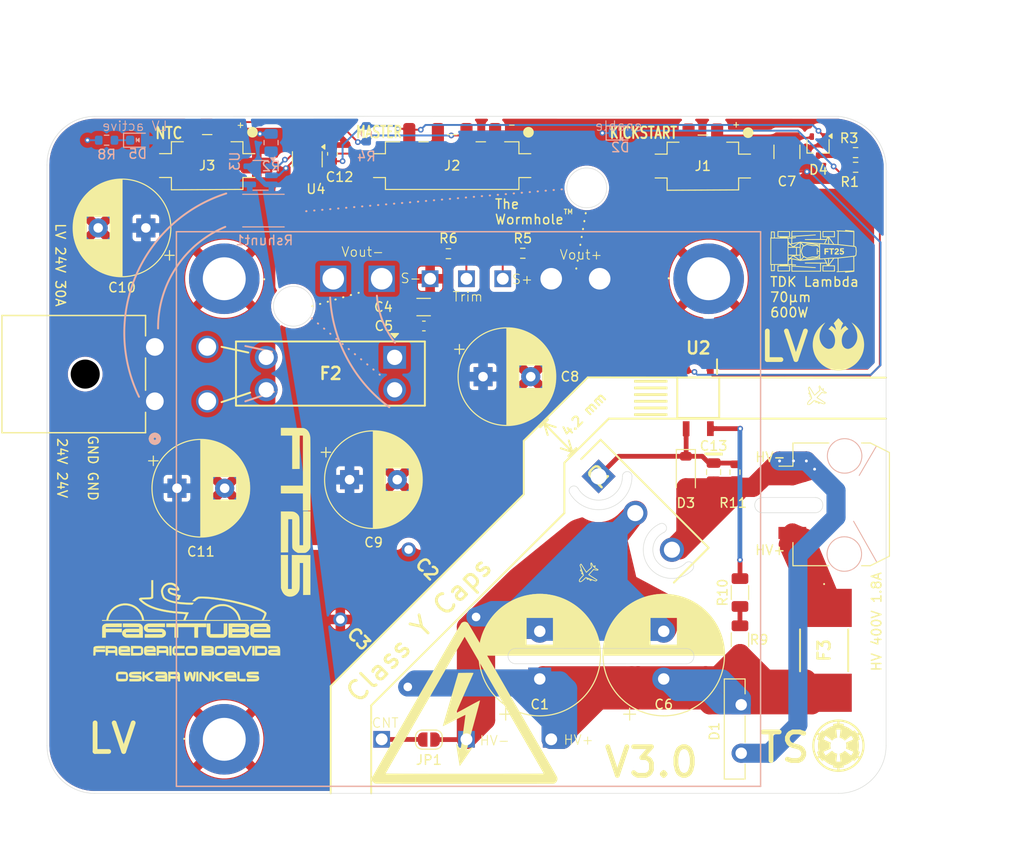
<source format=kicad_pcb>
(kicad_pcb
	(version 20241229)
	(generator "pcbnew")
	(generator_version "9.0")
	(general
		(thickness 1.67)
		(legacy_teardrops no)
	)
	(paper "A4")
	(layers
		(0 "F.Cu" mixed)
		(2 "B.Cu" mixed)
		(9 "F.Adhes" user "F.Adhesive")
		(11 "B.Adhes" user "B.Adhesive")
		(13 "F.Paste" user)
		(15 "B.Paste" user)
		(5 "F.SilkS" user "F.Silkscreen")
		(7 "B.SilkS" user "B.Silkscreen")
		(1 "F.Mask" user)
		(3 "B.Mask" user)
		(17 "Dwgs.User" user "User.Drawings")
		(19 "Cmts.User" user "User.Comments")
		(21 "Eco1.User" user "User.Eco1")
		(23 "Eco2.User" user "User.Eco2")
		(25 "Edge.Cuts" user)
		(27 "Margin" user)
		(31 "F.CrtYd" user "F.Courtyard")
		(29 "B.CrtYd" user "B.Courtyard")
		(35 "F.Fab" user)
		(33 "B.Fab" user)
		(39 "User.1" user)
		(41 "User.2" user)
		(43 "User.3" user)
		(45 "User.4" user)
		(47 "User.5" user)
		(49 "User.6" user)
		(51 "User.7" user)
		(53 "User.8" user)
		(55 "User.9" user)
	)
	(setup
		(stackup
			(layer "F.SilkS"
				(type "Top Silk Screen")
			)
			(layer "F.Paste"
				(type "Top Solder Paste")
			)
			(layer "F.Mask"
				(type "Top Solder Mask")
				(thickness 0.01)
			)
			(layer "F.Cu"
				(type "copper")
				(thickness 0.07)
			)
			(layer "dielectric 1"
				(type "core")
				(thickness 1.51)
				(material "FR4")
				(epsilon_r 4.5)
				(loss_tangent 0.02)
			)
			(layer "B.Cu"
				(type "copper")
				(thickness 0.07)
			)
			(layer "B.Mask"
				(type "Bottom Solder Mask")
				(thickness 0.01)
			)
			(layer "B.Paste"
				(type "Bottom Solder Paste")
			)
			(layer "B.SilkS"
				(type "Bottom Silk Screen")
			)
			(copper_finish "None")
			(dielectric_constraints no)
		)
		(pad_to_mask_clearance 0)
		(allow_soldermask_bridges_in_footprints no)
		(tenting front back)
		(pcbplotparams
			(layerselection 0x00000000_00000000_55555555_5755f5ff)
			(plot_on_all_layers_selection 0x00000000_00000000_00000000_00000000)
			(disableapertmacros no)
			(usegerberextensions no)
			(usegerberattributes yes)
			(usegerberadvancedattributes yes)
			(creategerberjobfile no)
			(dashed_line_dash_ratio 12.000000)
			(dashed_line_gap_ratio 3.000000)
			(svgprecision 4)
			(plotframeref no)
			(mode 1)
			(useauxorigin yes)
			(hpglpennumber 1)
			(hpglpenspeed 20)
			(hpglpendiameter 15.000000)
			(pdf_front_fp_property_popups yes)
			(pdf_back_fp_property_popups yes)
			(pdf_metadata yes)
			(pdf_single_document no)
			(dxfpolygonmode yes)
			(dxfimperialunits yes)
			(dxfusepcbnewfont yes)
			(psnegative no)
			(psa4output no)
			(plot_black_and_white yes)
			(plotinvisibletext no)
			(sketchpadsonfab no)
			(plotpadnumbers no)
			(hidednponfab no)
			(sketchdnponfab yes)
			(crossoutdnponfab yes)
			(subtractmaskfromsilk yes)
			(outputformat 1)
			(mirror no)
			(drillshape 0)
			(scaleselection 1)
			(outputdirectory "gerber/")
		)
	)
	(net 0 "")
	(net 1 "/-VIN")
	(net 2 "GND")
	(net 3 "Net-(D4-Pad3)")
	(net 4 "/+VIN")
	(net 5 "+3V3")
	(net 6 "/LV+")
	(net 7 "/3V_buttoncell")
	(net 8 "/TEMP_TSDCDC")
	(net 9 "/HV-in")
	(net 10 "/LV_I_measure")
	(net 11 "/I_meas_weak")
	(net 12 "Net-(U1-+S)")
	(net 13 "Net-(D2-A)")
	(net 14 "Net-(D5-K)")
	(net 15 "/Vout+")
	(net 16 "Net-(R3-Pad2)")
	(net 17 "Net-(U1-TRM)")
	(net 18 "/HV+in")
	(net 19 "/Enable_G")
	(net 20 "/Enable_Opto")
	(net 21 "Net-(JP1-A)")
	(net 22 "Net-(R10-Pad1)")
	(net 23 "/Vout-")
	(footprint "Capacitor_SMD:C_1210_3225Metric" (layer "F.Cu") (at 177.6 64.721001 -90))
	(footprint "Resistor_SMD:R_0603_1608Metric" (layer "F.Cu") (at 184.8 64.8))
	(footprint "footprints:airplane" (layer "F.Cu") (at 156.66 108.97 135))
	(footprint "Capacitor_SMD:C_0805_2012Metric" (layer "F.Cu") (at 169.91 98.309999 -90))
	(footprint "footprints:VY1471M29Y5UC63V0" (layer "F.Cu") (at 130.766058 113.762876 -45))
	(footprint "footprints:rebellion" (layer "F.Cu") (at 183 84.9))
	(footprint "FaSTTUBe_connectors:Micro_Mate-N-Lok_2p_vertical" (layer "F.Cu") (at 168.783 66.21))
	(footprint "Capacitor_THT:CP_Radial_D12.5mm_P5.00mm" (layer "F.Cu") (at 151.679369 120.000968 90))
	(footprint "Capacitor_THT:CP_Radial_D10.0mm_P5.00mm" (layer "F.Cu") (at 110.367678 72.7 180))
	(footprint "footprints:9775031360R" (layer "F.Cu") (at 118.59 78.03 180))
	(footprint "LOGO"
		(layer "F.Cu")
		(uuid "36ea3436-548e-4414-bac1-a7348850c228")
		(at 180.33 75.14)
		(property "Reference" "G***"
			(at 0 0 0)
			(layer "F.SilkS")
			(hide yes)
			(uuid "f973503b-fa37-47d9-b20f-d30676bb0e6c")
			(effects
				(font
					(size 1.5 1.5)
					(thickness 0.3)
				)
			)
		)
		(property "Value" "LOGO"
			(at 0.75 0 0)
			(layer "F.SilkS")
			(hide yes)
			(uuid "6387be7f-2b16-465c-8f89-140f5aa812b4")
			(effects
				(font
					(size 1.5 1.5)
					(thickness 0.3)
				)
			)
		)
		(property "Datasheet" ""
			(at 0 0 0)
			(layer "F.Fab")
			(hide yes)
			(uuid "41393a24-4ba8-4af2-84c5-5556a5cd9241")
			(effects
				(font
					(size 1.27 1.27)
					(thickness 0.15)
				)
			)
		)
		(property "Description" ""
			(at 0 0 0)
			(layer "F.Fab")
			(hide yes)
			(uuid "47d9374d-4d87-4be0-875b-3451ee135b5f")
			(effects
				(font
					(size 1.27 1.27)
					(thickness 0.15)
				)
			)
		)
		(attr board_only exclude_from_pos_files exclude_from_bom)
		(fp_poly
			(pts
				(xy 2.210106 -0.240934) (xy 2.210106 -0.176067) (xy 2.115122 -0.176067) (xy 2.020138 -0.176067)
				(xy 2.020138 0.088034) (xy 2.020138 0.352134) (xy 1.948322 0.352134) (xy 1.876505 0.352134) (xy 1.876505 0.088034)
				(xy 1.876505 -0.176067) (xy 1.781521 -0.176067) (xy 1.686538 -0.176067) (xy 1.686538 -0.240935)
				(xy 1.686537 -0.305801) (xy 1.948322 -0.305801) (xy 2.210106 -0.305801)
			)
			(stroke
				(width 0)
				(type solid)
			)
			(fill yes)
			(layer "F.SilkS")
			(uuid "7df8e5e8-4ee8-444f-be4a-2fc6df64b466")
		)
		(fp_poly
			(pts
				(xy 1.644837 -0.238617) (xy 1.644837 -0.171435) (xy 1.49657 -0.171434) (xy 1.348303 -0.171434) (xy 1.348303 -0.10425)
				(xy 1.348303 -0.037067) (xy 1.484987 -0.037067) (xy 1.621671 -0.037067) (xy 1.621671 0.030116) (xy 1.621671 0.0973)
				(xy 1.484987 0.0973) (xy 1.348303 0.0973) (xy 1.348303 0.224717) (xy 1.348303 0.352134) (xy 1.27417 0.352134)
				(xy 1.200036 0.352134) (xy 1.200036 0.023167) (xy 1.200037 -0.305801) (xy 1.422437 -0.305801) (xy 1.644836 -0.305801)
			)
			(stroke
				(width 0)
				(type solid)
			)
			(fill yes)
			(layer "F.SilkS")
			(uuid "79488fa3-17fb-4e16-b5f3-2b64540a352f")
		)
		(fp_poly
			(pts
				(xy 2.532179 -0.312678) (xy 2.576155 -0.304473) (xy 2.614922 -0.2894) (xy 2.648 -0.267744) (xy 2.67491 -0.239793)
				(xy 2.695172 -0.205832) (xy 2.704208 -0.181813) (xy 2.708716 -0.159076) (xy 2.7108 -0.130942) (xy 2.71048 -0.100955)
				(xy 2.707773 -0.072656) (xy 2.703574 -0.052464) (xy 2.698715 -0.037255) (xy 2.692926 -0.02316) (xy 2.685517 -0.009402)
				(xy 2.675798 0.004797) (xy 2.663078 0.020215) (xy 2.646666 0.037632) (xy 2.625872 0.057823) (xy 2.600005 0.081568)
				(xy 2.568374 0.109644) (xy 2.53029 0.142829) (xy 2.529931 0.14314) (xy 2.430439 0.229351) (xy 2.575106 0.230575)
				(xy 2.719774 0.231799) (xy 2.719774 0.291967) (xy 2.719774 0.352134) (xy 2.490308 0.352134) (xy 2.260843 0.352134)
				(xy 2.262116 0.277056) (xy 2.263389 0.201979) (xy 2.356056 0.119177) (xy 2.402943 0.077122) (xy 2.443117 0.04073)
				(xy 2.476929 0.009665) (xy 2.504727 -0.016408) (xy 2.526863 -0.037827) (xy 2.543685 -0.054929) (xy 2.555544 -0.06805)
				(xy 2.562789 -0.077524) (xy 2.565176 -0.081851) (xy 2.5716 -0.10729) (xy 2.569746 -0.130812) (xy 2.56056 -0.15134)
				(xy 2.544994 -0.167801) (xy 2.523994 -0.179121) (xy 2.49851 -0.184225) (xy 2.475724 -0.18314) (xy 2.452963 -0.175273)
				(xy 2.433454 -0.159912) (xy 2.418912 -0.1387) (xy 2.413064 -0.123046) (xy 2.407173 -0.101018) (xy 2.367714 -0.103927)
				(xy 2.344598 -0.10571) (xy 2.320508 -0.107692) (xy 2.30031 -0.109471) (xy 2.298702 -0.109622) (xy 2.269145 -0.112408)
				(xy 2.272093 -0.14061) (xy 2.280459 -0.177948) (xy 2.296913 -0.213524) (xy 2.320278 -0.245457) (xy 2.349375 -0.271863)
				(xy 2.357833 -0.277654) (xy 2.388158 -0.29404) (xy 2.420755 -0.305158) (xy 2.458064 -0.31171) (xy 2.483473 -0.313727)
			)
			(stroke
				(width 0)
				(type solid)
			)
			(fill yes)
			(layer "F.SilkS")
			(uuid "c06ae400-d6b0-4739-b2a0-6d35249e5efc")
		)
		(fp_poly
			(pts
				(xy 3.243342 -0.245567) (xy 3.243342 -0.185334) (xy 3.111291 -0.185334) (xy 2.979241 -0.185333)
				(xy 2.979241 -0.135525) (xy 2.979241 -0.085718) (xy 3.035999 -0.085703) (xy 3.075658 -0.084189)
				(xy 3.108746 -0.079239) (xy 3.137528 -0.070212) (xy 3.16427 -0.05647) (xy 3.181956 -0.044466) (xy 3.203555 -0.026318)
				(xy 3.221029 -0.006004) (xy 3.236416 0.019128) (xy 3.246178 0.039116) (xy 3.254238 0.063529) (xy 3.259574 0.09369)
				(xy 3.261941 0.126422) (xy 3.261098 0.158544) (xy 3.257324 0.184609) (xy 3.244399 0.223685) (xy 3.224208 0.260227)
				(xy 3.198098 0.292412) (xy 3.167418 0.318418) (xy 3.150847 0.328502) (xy 3.111135 0.345164) (xy 3.066727 0.356095)
				(xy 3.020478 0.360938) (xy 2.975243 0.359334) (xy 2.945754 0.354196) (xy 2.903627 0.339619) (xy 2.867264 0.317857)
				(xy 2.836999 0.289211) (xy 2.813163 0.253981) (xy 2.79881 0.220868) (xy 2.79432 0.207035) (xy 2.791744 0.197519)
				(xy 2.791552 0.194601) (xy 2.796444 0.193609) (xy 2.808775 0.190877) (xy 2.826961 0.186759) (xy 2.849416 0.181613)
				(xy 2.863407 0.178384) (xy 2.887539 0.172819) (xy 2.908262 0.168078) (xy 2.924002 0.164518) (xy 2.933186 0.162495)
				(xy 2.934883 0.162167) (xy 2.937199 0.166065) (xy 2.941475 0.175947) (xy 2.943919 0.182163) (xy 2.957618 0.206359)
				(xy 2.976856 0.224378) (xy 2.999977 0.235881) (xy 3.025322 0.240528) (xy 3.051235 0.23798) (xy 3.076057 0.227898)
				(xy 3.095075 0.213134) (xy 3.111612 0.190456) (xy 3.120769 0.164235) (xy 3.12262 0.136431) (xy 3.117245 0.108995)
				(xy 3.10472 0.083886) (xy 3.089275 0.066498) (xy 3.070671 0.05315) (xy 3.049056 0.043822) (xy 3.022749 0.038071)
				(xy 2.990066 0.035457) (xy 2.969974 0.03519) (xy 2.940708 0.035905) (xy 2.915232 0.038169) (xy 2.889963 0.042519)
				(xy 2.861313 0.04949) (xy 2.845988 0.053732) (xy 2.835519 0.056704) (xy 2.838042 -0.086323) (xy 2.838768 -0.123978)
				(xy 2.83959 -0.160526) (xy 2.840463 -0.194417) (xy 2.841344 -0.224098) (xy 2.842188 -0.248021) (xy 2.842954 -0.264633)
				(xy 2.843135 -0.267576) (xy 2.845706 -0.305801) (xy 3.044525 -0.305801) (xy 3.243342 -0.305801)
			)
			(stroke
				(width 0)
				(type solid)
			)
			(fill yes)
			(layer "F.SilkS")
			(uuid "5a963cb9-9510-4127-9f96-127e7c222fca")
		)
		(fp_poly
			(pts
				(xy 3.38727 -2.232811) (xy 3.40086 -2.231479) (xy 3.422092 -2.229358) (xy 3.450178 -2.22653) (xy 3.484329 -2.223073)
				(xy 3.523759 -2.219069) (xy 3.567678 -2.214599) (xy 3.615297 -2.209743) (xy 3.66583 -2.204582) (xy 3.718489 -2.199197)
				(xy 3.772484 -2.193667) (xy 3.827029 -2.188075) (xy 3.881335 -2.182501) (xy 3.934614 -2.177024)
				(xy 3.986077 -2.171727) (xy 4.034939 -2.166689) (xy 4.080407 -2.161992) (xy 4.121698 -2.157716)
				(xy 4.158021 -2.153941) (xy 4.188587 -2.150748) (xy 4.200017 -2.149547) (xy 4.234253 -2.145885)
				(xy 4.265408 -2.142435) (xy 4.292316 -2.139335) (xy 4.31381 -2.136726) (xy 4.328722 -2.134745) (xy 4.335885 -2.133532)
				(xy 4.336334 -2.133359) (xy 4.336533 -2.128574) (xy 4.336655 -2.115023) (xy 4.336705 -2.093209)
				(xy 4.336684 -2.063633) (xy 4.336595 -2.026795) (xy 4.33644 -1.983198) (xy 4.336223 -1.933343) (xy 4.335944 -1.877731)
				(xy 4.335608 -1.816864) (xy 4.335216 -1.751243) (xy 4.33477 -1.681369) (xy 4.334273 -1.607743) (xy 4.333728 -1.530869)
				(xy 4.333136 -1.451244) (xy 4.332871 -1.416624) (xy 4.332241 -1.334602) (xy 4.331634 -1.254271)
				(xy 4.33105 -1.176204) (xy 4.330496 -1.10097) (xy 4.329976 -1.029142) (xy 4.329492 -0.961291) (xy 4.329052 -0.897987)
				(xy 4.328655 -0.839801) (xy 4.328308 -0.787305) (xy 4.328013 -0.741071) (xy 4.327776 -0.701668)
				(xy 4.327599 -0.669669) (xy 4.327487 -0.645643) (xy 4.327444 -0.630164) (xy 4.327444 -0.627586)
				(xy 4.327545 -0.55322) (xy 4.37377 -0.54809) (xy 4.419996 -0.542959) (xy 4.484971 -0.483626) (xy 4.505281 -0.464833)
				(xy 4.522986 -0.44798) (xy 4.537024 -0.434118) (xy 4.546333 -0.424295) (xy 4.54985 -0.419562) (xy 4.549855 -0.419489)
				(xy 4.550293 -0.414027) (xy 4.551582 -0.400285) (xy 4.55363 -0.379199) (xy 4.556344 -0.351708) (xy 4.55963 -0.31875)
				(xy 4.563396 -0.281261) (xy 4.567548 -0.240179) (xy 4.571355 -0.202709) (xy 4.592945 0.009267) (xy 4.571355 0.221242)
				(xy 4.566945 0.264663) (xy 4.562841 0.305296) (xy 4.559137 0.342206) (xy 4.555926 0.374453) (xy 4.553301 0.401102)
				(xy 4.551353 0.421213) (xy 4.550178 0.433849) (xy 4.549855 0.438022) (xy 4.546612 0.442512) (xy 4.537531 0.452137)
				(xy 4.523674 0.465847) (xy 4.506105 0.482593) (xy 4.485885 0.501324) (xy 4.484971 0.50216) (xy 4.419997 0.561493)
				(xy 4.373769 0.566623) (xy 4.327545 0.571753) (xy 4.327444 0.646119) (xy 4.327469 0.65926) (xy 4.327563 0.681097)
				(xy 4.327723 0.711058) (xy 4.327945 0.748571) (xy 4.328225 0.793067) (xy 4.328559 0.843974) (xy 4.328943 0.90072)
				(xy 4.329373 0.962734) (xy 4.329846 1.029446) (xy 4.330356 1.100286) (xy 4.330901 1.17468) (xy 4.331477 1.252059)
				(xy 4.332079 1.33185) (xy 4.332704 1.413485) (xy 4.332871 1.435157) (xy 4.333481 1.5158) (xy 4.334047 1.593906)
				(xy 4.334564 1.668978) (xy 4.335032 1.740512) (xy 4.335447 1.808006) (xy 4.335808 1.870958) (xy 4.336111 1.928869)
				(xy 4.336355 1.981237) (xy 4.336537 2.02756) (xy 4.336653 2.067337) (xy 4.336704 2.100067) (xy 4.336685 2.125248)
				(xy 4.336594 2.142379) (xy 4.336429 2.150958) (xy 4.336335 2.151893) (xy 4.331377 2.152884) (xy 4.318367 2.15468)
				(xy 4.298472 2.157138) (xy 4.272859 2.160123) (xy 4.242694 2.163495) (xy 4.209148 2.167117) (xy 4.200017 2.168082)
				(xy 4.172233 2.170992) (xy 4.138346 2.174521) (xy 4.099146 2.178586) (xy 4.055419 2.183108) (xy 4.007954 2.188005)
				(xy 3.957539 2.193199) (xy 3.904962 2.198607) (xy 3.851011 2.204148) (xy 3.796475 2.209742) (xy 3.742141 2.215309)
				(xy 3.688796 2.220768) (xy 3.63723 2.226037) (xy 3.588231 2.231037) (xy 3.542586 2.235687) (xy 3.501083 2.239906)
				(xy 3.464512 2.243614) (xy 3.433658 2.246729) (xy 3.409312 2.249172) (xy 3.39226 2.250859) (xy 3.383291 2.251715)
				(xy 3.382109 2.251806) (xy 3.380255 2.247528) (xy 3.378178 2.23608) (xy 3.376217 2.219545) (xy 3.37545 2.210835)
				(xy 3.3736 2.191763) (xy 3.371439 2.175942) (xy 3.369333 2.165869) (xy 3.368582 2.163999) (xy 3.368194 2.163123)
				(xy 3.367841 2.162336) (xy 3.367055 2.161657) (xy 3.365358 2.161104) (xy 3.362276 2.160697) (xy 3.357337 2.160453)
				(xy 3.350069 2.160392) (xy 3.339994 2.160532) (xy 3.32664 2.16089) (xy 3.309536 2.161487) (xy 3.288204 2.162341)
				(xy 3.26217 2.16347) (xy 3.230964 2.164892) (xy 3.19411 2.166627) (xy 3.151135 2.168692) (xy 3.101565 2.171107)
				(xy 3.044926 2.17389) (xy 2.980744 2.177059) (xy 2.908545 2.180634) (xy 2.827857 2.184632) (xy 2.773776 2.187311)
				(xy 2.723126 2.189773) (xy 2.675244 2.19201) (xy 2.630927 2.19399) (xy 2.590972 2.195683) (xy 2.556177 2.197057)
				(xy 2.52734 2.198081) (xy 2.505257 2.198724) (xy 2.490727 2.198954) (xy 2.484548 2.198738) (xy 2.484397 2.198675)
				(xy 2.482972 2.193086) (xy 2.4815 2.180449) (xy 2.480208 2.162975) (xy 2.479683 2.152716) (xy 2.477796 2.109587)
				(xy 2.502643 2.106603) (xy 2.520245 2.105084) (xy 2.542271 2.103995) (xy 2.563398 2.103579) (xy 2.599307 2.103539)
				(xy 2.599205 2.03983) (xy 2.599136 2.026958) (xy 2.59896 2.005475) (xy 2.598682 1.976034) (xy 2.598313 1.939289)
				(xy 2.597857 1.895895) (xy 2.597323 1.846507) (xy 2.596718 1.791777) (xy 2.596049 1.732363) (xy 2.595323 1.668916)
				(xy 2.594547 1.602089) (xy 2.593729 1.53254) (xy 2.592876 1.460921) (xy 2.592357 1.417804) (xy 2.591488 1.345622)
				(xy 2.590651 1.275356) (xy 2.589851 1.207638) (xy 2.589097 1.143098) (xy 2.588395 1.08237) (xy 2.587752 1.026085)
				(xy 2.587175 0.974875) (xy 2.586672 0.929372) (xy 2.58625 0.890208) (xy 2.585916 0.858015) (xy 2.585677 0.833425)
				(xy 2.585539 0.817069) (xy 2.585508 0.811266) (xy 2.585407 0.763045) (xy 2.477681 0.76615) (xy 2.420738 0.767807)
				(xy 2.372367 0.769264) (xy 2.331872 0.770562) (xy 2.298559 0.771745) (xy 2.271738 0.772854) (xy 2.250712 0.773931)
				(xy 2.234789 0.775018) (xy 2.223275 0.776158) (xy 2.215478 0.777392) (xy 2.210703 0.778764) (xy 2.208257 0.780313)
				(xy 2.207447 0.782084) (xy 2.207419 0.782564) (xy 2.204733 0.787317) (xy 2.196946 0.798996) (xy 2.184444 0.817061)
				(xy 2.167617 0.84097) (xy 2.146849 0.870183) (xy 2.122527 0.90416) (xy 2.09504 0.94236) (xy 2.064773 0.984242)
				(xy 2.032115 1.029266) (xy 1.99745 1.07689) (xy 1.961168 1.126575) (xy 1.960005 1.128165) (xy 1.923623 1.177986)
				(xy 1.888809 1.225823) (xy 1.855956 1.271128) (xy 1.825453 1.313354) (xy 1.797694 1.351955) (xy 1.773068 1.386383)
				(xy 1.751966 1.416092) (xy 1.734781 1.440534) (xy 1.721903 1.459162) (xy 1.713724 1.47143) (xy 1.710635 1.47679)
				(xy 1.710627 1.476824) (xy 1.708624 1.487304) (xy 2.003382 1.487304) (xy 2.298139 1.487304) (xy 2.298144 1.583446)
				(xy 2.298213 1.608384) (xy 2.298406 1.641116) (xy 2.29871 1.680174) (xy 2.299111 1.724089) (xy 2.299595 1.771389)
				(xy 2.300147 1.820606) (xy 2.300755 1.870268) (xy 2.301218 1.905463) (xy 2.304286 2.131339) (xy 1.647305 2.131339)
				(xy 0.990323 2.131339) (xy 0.993195 2.113964) (xy 0.993689 2.106417) (xy 0.994158 2.090423) (xy 0.994594 2.066805)
				(xy 0.99496 2.038672) (xy 1.08875 2.038672) (xy 1.647111 2.038672) (xy 2.205472 2.038672) (xy 2.205472 1.809321)
				(xy 2.205472 1.579971) (xy 1.656421 1.579199) (xy 1.585739 1.579096) (xy 1.517565 1.578991) (xy 1.452484 1.578885)
				(xy 1.391074 1.578779) (xy 1.333918 1.578675) (xy 1.281595 1.578571) (xy 1.234689 1.578472) (xy 1.193778 1.578378)
				(xy 1.159447 1.57829) (xy 1.132272 1.578209) (xy 1.112838 1.578137) (xy 1.101725 1.578074) (xy 1.099261 1.57804)
				(xy 1.097423 1.578408) (xy 1.095875 1.580202) (xy 1.094589 1.584173) (xy 1.093535 1.591074) (xy 1.092682 1.601656)
				(xy 1.091999 1.61667) (xy 1.091456 1.636869) (xy 1.091023 1.663004) (xy 1.090669 1.695827) (xy 1.090364 1.736087)
				(xy 1.090077 1.784539) (xy 1.089951 1.808163) (xy 1.08875 2.038672) (xy 0.99496 2.038672) (xy 0.99499 2.036382)
				(xy 0.995338 1.999975) (xy 0.995631 1.958404) (xy 0.995862 1.912492) (xy 0.996024 1.863057) (xy 0.996108 1.810921)
				(xy 0.996118 1.78963) (xy 0.996169 1.482671) (xy 1.242123 1.482671) (xy 1.291787 1.482595) (xy 1.337431 1.482378)
				(xy 1.378334 1.48203) (xy 1.413769 1.481564) (xy 1.443013 1.480992) (xy 1.465339 1.480327) (xy 1.480024 1.47958)
				(xy 1.486341 1.478764) (xy 1.486531 1.478558) (xy 1.484152 1.47334) (xy 1.478357 1.461039) (xy 1.469747 1.442919)
				(xy 1.458926 1.420247) (xy 1.446495 1.394288) (xy 1.441011 1.382862) (xy 1.397037 1.291279) (xy 1.283478 1.294298)
				(xy 1.249685 1.295057) (xy 1.208904 1.295746) (xy 1.163413 1.296342) (xy 1.11549 1.296818) (xy 1.067413 1.297151)
				(xy 1.021462 1.297314) (xy 1.006594 1.297327) (xy 0.843269 1.297337) (xy 0.843269 1.721288) (xy 0.843269 2.145239)
				(xy -0.708148 2.145239) (xy -2.259563 2.145239) (xy -2.262634 1.935978) (xy -2.263315 1.886185)
				(xy -2.263944 1.833688) (xy -2.264503 1.780411) (xy -2.264976 1.728276) (xy -2.265345 1.679207)
				(xy -2.265592 1.635127) (xy -2.265702 1.59796) (xy -2.265706 1.590794) (xy -2.265739 1.55167) (xy -2.265876 1.520834)
				(xy -2.266173 1.497306) (xy -2.266692 1.480108) (xy -2.26749 1.46826) (xy -2.268626 1.460783) (xy -2.270157 1.456697)
				(xy -2.272141 1.455025) (xy -2.273814 1.454766) (xy -2.280294 1.454537) (xy -2.294854 1.453935)
				(xy -2.316319 1.453013) (xy -2.343512 1.451821) (xy -2.37526 1.450411) (xy -2.410382 1.448834) (xy -2.43019 1.447939)
				(xy -2.468142 1.446262) (xy -2.504686 1.44473) (xy -2.538371 1.443397) (xy -2.567745 1.442318) (xy -2.591357 1.441547)
				(xy -2.607758 1.441142) (xy -2.612049 1.441093) (xy -2.64564 1.44097) (xy -2.64564 1.468771) (xy -2.645639 1.496571)
				(xy -2.525331 1.496571) (xy -2.405021 1.496571) (xy -2.403705 1.805846) (xy -2.403515 1.858546)
				(xy -2.403401 1.908502) (xy -2.40336 1.954946) (xy -2.40339 1.997109) (xy -2.403489 2.034222) (xy -2.403653 2.065515)
				(xy -2.403881 2.090221) (xy -2.404171 2.107569) (xy -2.404518 2.116791) (xy -2.404706 2.118106)
				(xy -2.409529 2.11848) (xy -2.423095 2.118886) (xy -2.44488 2.119321) (xy -2.474362 2.119778) (xy -2.511016 2.120253)
				(xy -2.554319 2.12074) (xy -2.603749 2.121235) (xy -2.658781 2.121732) (xy -2.718891 2.122227) (xy -2.783558 2.122715)
				(xy -2.852257 2.12319) (xy -2.924462 2.123648) (xy -2.999654 2.124083) (xy -3.0638 2.124423) (xy -3.720577 2.127757)
				(xy -3.720577 1.81448) (xy -3.720577 1.593871) (xy -3.62791 1.593871) (xy -3.62791 1.814711) (xy -3.62791 2.03555)
				(xy -3.411698 2.032478) (xy -3.369215 2.031948) (xy -3.31891 2.031448) (xy -3.262228 2.030984) (xy -3.200615 2.030565)
				(xy -3.135516 2.030198) (xy -3.068375 2.029891) (xy -3.000637 2.029653) (xy -2.933749 2.02949) (xy -2.869154 2.029412)
				(xy -2.846385 2.029405) (xy -2.497283 2.029405) (xy -2.498486 1.81048) (xy -2.49969 1.591554) (xy -2.537915 1.591676)
				(xy -2.547579 1.591701) (xy -2.565869 1.591743) (xy -2.592146 1.591801) (xy -2.62577 1.591872) (xy -2.666099 1.591957)
				(xy -2.712496 1.592053) (xy -2.764319 1.592159) (xy -2.820929 1.592274) (xy -2.881685 1.592396)
				(xy -2.945948 1.592525) (xy -3.013077 1.592659) (xy -3.082432 1.592796) (xy -3.102025 1.592834)
				(xy -3.62791 1.593871) (xy -3.720577 1.593871) (xy -3.720577 1.501204) (xy -3.654551 1.501183) (xy -3.624666 1.500936)
				(xy -3.592334 1.500279) (xy -3.561481 1.499312) (xy -3.536401 1.498158) (xy -3.484276 1.495155)
				(xy -3.484276 1.468063) (xy -3.484276 1.44097) (xy -3.740716 1.44097) (xy -3.997156 1.44097) (xy -4.000524 1.764101)
				(xy -4.001097 1.817922) (xy -4.001663 1.868962) (xy -4.002214 1.916476) (xy -4.002738 1.959718)
				(xy -4.003227 1.997942) (xy -4.00367 2.030405) (xy -4.004058 2.056359) (xy -4.004382 2.07506) (xy -4.004631 2.085762)
				(xy -4.004755 2.088096) (xy -4.009616 2.088576) (xy -4.02259 2.089168) (xy -4.042528 2.089847) (xy -4.068278 2.090589)
				(xy -4.098689 2.091373) (xy -4.132609 2.092176) (xy -4.168888 2.092974) (xy -4.206373 2.093745)
				(xy -4.243913 2.094466) (xy -4.28036 2.095114) (xy -4.314559 2.095667) (xy -4.34536 2.096101) (xy -4.371612 2.096393)
				(xy -4.392163 2.096521) (xy -4.405862 2.096463) (xy -4.411559 2.096194) (xy -4.41163 2.096166) (xy -4.412287 2.091243)
				(xy -4.412909 2.077802) (xy -4.413489 2.056593) (xy -4.414016 2.028365) (xy -4.414482 1.993867)
				(xy -4.414878 1.953848) (xy -4.415193 1.909058) (xy -4.415422 1.860246) (xy -4.415551 1.808161)
				(xy -4.415578 1.769665) (xy -4.415578 1.445919) (xy -4.322912 1.44592) (xy -4.322911 1.632667) (xy -4.32283 1.677998)
				(xy -4.322597 1.724363) (xy -4.322233 1.770035) (xy -4.321755 1.813286) (xy -4.321184 1.852391)
				(xy -4.320538 1.885623) (xy -4.319861 1.910511) (xy -4.31681 2.001605) (xy -4.27237 2.001588) (xy -4.250095 2.001348)
				(xy -4.222113 2.000707) (xy -4.191967 1.999762) (xy -4.163205 1.99861) (xy -4.162654 1.998585) (xy -4.09738 1.995599)
				(xy -4.094329 1.722449) (xy -4.093807 1.672987) (xy -4.093375 1.626306) (xy -4.093037 1.583227)
				(xy -4.092796 1.544568) (xy -4.092653 1.51115) (xy -4.092615 1.483793) (xy -4.092685 1.463316) (xy -4.092866 1.450539)
				(xy -4.09313 1.446294) (xy -4.09808 1.445515) (xy -4.111021 1.444917) (xy -4.130668 1.444519) (xy -4.155749 1.444338)
				(xy -4.184984 1.444394) (xy -4.208947 1.444604) (xy -4.322912 1.44592) (xy -4.415578 1.445919) (xy -4.415578 1.445604)
				(xy -4.44609 1.445604) (xy -4.476601 1.445603) (xy -4.472918 1.340195) (xy -4.472551 1.32484) (xy -4.472203 1.300703)
				(xy -4.471875 1.268271) (xy -4.471567 1.22803) (xy -4.471279 1.180464) (xy -4.47101 1.126058) (xy -4.470761 1.065302)
				(xy -4.470532 0.998677) (xy -4.470323 0.92667) (xy -4.470132 0.849767) (xy -4.469964 0.768454) (xy -4.469814 0.683216)
				(xy -4.469683 0.594538) (xy -4.469572 0.502907) (xy -4.469482 0.408808) (xy -4.469412 0.312726)
				(xy -4.469361 0.215146) (xy -4.469329 0.116557) (xy -4.469318 0.017441) (xy -4.469319 0.009267)
				(xy -4.376195 0.009267) (xy -4.376195 1.348304) (xy -3.921735 1.348303) (xy -3.84542 1.348265) (xy -3.763054 1.348156)
				(xy -3.676284 1.347978) (xy -3.586755 1.34774) (xy -3.496112 1.347448) (xy -3.4755 1.34737) (xy -2.566874 1.347369)
				(xy -2.510115 1.350271) (xy -2.485398 1.351507) (xy -2.454562 1.353009) (xy -2.420743 1.354622)
				(xy -2.387079 1.356201) (xy -2.369956 1.35699) (xy -2.342439 1.358262) (xy -2.317591 1.359435) (xy -2.297116 1.360426)
				(xy -2.28272 1.361153) (xy -2.27648 1.361507) (xy -2.266404 1.362204) (xy -2.268995 1.099261) (xy -2.269489 1.050816)
				(xy -2.269988 1.005216) (xy -2.270479 0.963292) (xy -2.270952 0.925869) (xy -2.271395 0.893779)
				(xy -2.271407 0.893007) (xy -2.176597 0.893007) (xy -2.176496 0.920555) (xy -2.176287 0.953996)
				(xy -2.175973 0.992488) (xy -2.175561 1.035186) (xy -2.175055 1.081248) (xy -2.174701 1.110891)
				(xy -2.17154 1.365972) (xy -2.129432 1.368977) (xy -2.067771 1.373609) (xy -2.010185 1.378392) (xy -1.957281 1.383255)
				(xy -1.909674 1.388125) (xy -1.867971 1.39293) (xy -1.832783 1.397595) (xy -1.80472 1.40205) (xy -1.784393 1.406223)
				(xy -1.772412 1.410037) (xy -1.769774 1.411753) (xy -1.769529 1.417538) (xy -1.771735 1.42998) (xy -1.775956 1.446925)
				(xy -1.778921 1.457187) (xy -1.785239 1.477077) (xy -1.790133 1.489488) (xy -1.794401 1.495928)
				(xy -1.798845 1.497914) (xy -1.800426 1.497857) (xy -1.808153 1.49683) (xy -1.823059 1.494741) (xy -1.843149 1.491874)
				(xy -1.866434 1.488511) (xy -1.871871 1.48772) (xy -1.897523 1.484335) (xy -1.929466 1.480654) (xy -1.964746 1.476986)
				(xy -2.000406 1.473642) (xy -2.027089 1.471419) (xy -2.057452 1.46905) (xy -2.086497 1.466764) (xy -2.112259 1.464717)
				(xy -2.132778 1.463064) (xy -2.146087 1.461962) (xy -2.146397 1.461935) (xy -2.173039 1.459646)
				(xy -2.173039 1.489692) (xy -2.172691 1.506113) (xy -2.171285 1.515262) (xy -2.168279 1.519122)
				(xy -2.164797 1.519737) (xy -2.158723 1.520031) (xy -2.144281 1.520874) (xy -2.12235 1.522213) (xy -2.093809 1.52399)
				(xy -2.059538 1.526152) (xy -2.020415 1.528643) (xy -1.977319 1.531407) (xy -1.93113 1.534389) (xy -1.906488 1.535988)
				(xy -1.854929 1.539338) (xy -1.80268 1.542728) (xy -1.751135 1.546071) (xy -1.701688 1.549275) (xy -1.655732 1.55225)
				(xy -1.614661 1.554907) (xy -1.579869 1.557154) (xy -1.552749 1.558901) (xy -1.549854 1.559087)
				(xy -1.519396 1.561047) (xy -1.481663 1.56348) (xy -1.438624 1.566258) (xy -1.392251 1.569254) (xy -1.344516 1.57234)
				(xy -1.297389 1.575391) (xy -1.264903 1.577495) (xy -1.217015 1.580596) (xy -1.16498 1.583963) (xy -1.111213 1.587439)
				(xy -1.058137 1.590868) (xy -1.008165 1.594093) (xy -0.963719 1.596959) (xy -0.942887 1.598301)
				(xy -0.897305 1.601236) (xy -0.845716 1.60456) (xy -0.791355 1.608063) (xy -0.737462 1.611537) (xy -0.687275 1.614773)
				(xy -0.655619 1.616816) (xy -0.610848 1.619703) (xy -0.559926 1.622982) (xy -0.505948 1.626455)
				(xy -0.452011 1.629924) (xy -0.401211 1.633186) (xy -0.363718 1.635592) (xy -0.328419 1.637861)
				(xy -0.285555 1.640625) (xy -0.236806 1.643776) (xy -0.183852 1.647202) (xy -0.128376 1.650799)
				(xy -0.072057 1.654455) (xy -0.016577 1.658062) (xy 0.031407 1.661186) (xy 0.078504 1.664246) (xy 0.122931 1.667115)
				(xy 0.163807 1.669738) (xy 0.200251 1.672059) (xy 0.231381 1.674022) (xy 0.256316 1.675572) (xy 0.274174 1.676652)
				(xy 0.284073 1.677206) (xy 0.285714 1.677271) (xy 0.289145 1.678355) (xy 0.291125 1.682707) (xy 0.291847 1.691981)
				(xy 0.291504 1.70783) (xy 0.290854 1.721421) (xy 0.289553 1.740799) (xy 0.287959 1.756543) (xy 0.286321 1.766454)
				(xy 0.285478 1.768637) (xy 0.280651 1.768608) (xy 0.266958 1.768) (xy 0.24478 1.766836) (xy 0.214499 1.765141)
				(xy 0.176497 1.762937) (xy 0.131153 1.76025) (xy 0.078851 1.757101) (xy 0.019972 1.753516) (xy -0.045106 1.749517)
				(xy -0.115998 1.745128) (xy -0.192324 1.740372) (xy -0.273703 1.735274) (xy -0.359753 1.729857)
				(xy -0.450093 1.724144) (xy -0.544342 1.718159) (xy -0.642118 1.711925) (xy -0.743041 1.705468)
				(xy -0.846728 1.698808) (xy -0.944155 1.692531) (xy -1.050013 1.6857) (xy -1.153439 1.679031) (xy -1.254052 1.67255)
				(xy -1.351472 1.666279) (xy -1.445319 1.660243) (xy -1.535212 1.654466) (xy -1.620772 1.648974)
				(xy -1.701618 1.643789) (xy -1.77737 1.638936) (xy -1.847648 1.634441) (xy -1.912071 1.630326) (xy -1.97026 1.626617)
				(xy -2.021834 1.623337) (xy -2.066412 1.620512) (xy -2.103615 1.618164) (xy -2.133063 1.61632) (xy -2.154375 1.615002)
				(xy -2.167171 1.614236) (xy -2.171095 1.614039) (xy -2.171128 1.618662) (xy -2.171074 1.631645)
				(xy -2.170943 1.652082) (xy -2.170742 1.679067) (xy -2.170476 1.711694) (xy -2.170155 1.749057)
				(xy -2.169782 1.790249) (xy -2.169374 1.833647) (xy -2.167282 2.052572) (xy -0.707684 2.052572)
				(xy 0.751913 2.052572) (xy 0.748501 1.676113) (xy 0.747965 1.617934) (xy 0.747438 1.562492) (xy 0.746927 1.510476)
				(xy 0.746439 1.462575) (xy 0.745982 1.419482) (xy 0.745565 1.381879) (xy 0.745193 1.350461) (xy 0.744876 1.325917)
				(xy 0.74462 1.308934) (xy 0.744433 1.300203) (xy 0.74437 1.299146) (xy 0.739738 1.29906) (xy 0.726314 1.298912)
				(xy 0.704572 1.298707) (xy 0.674985 1.29845) (xy 0.63803 1.298141) (xy 0.594179 1.297786) (xy 0.543907 1.297389)
				(xy 0.487688 1.296953) (xy 0.425996 1.296482) (xy 0.359306 1.295979) (xy 0.288092 1.295448) (xy 0.212828 1.294894)
				(xy 0.133988 1.294318) (xy 0.052047 1.293726) (xy -0.032522 1.293121) (xy -0.050967 1.292989) (xy -0.136082 1.292366)
				(xy -0.218697 1.291727) (xy -0.298338 1.291076) (xy -0.374525 1.29042) (xy -0.446785 1.289762) (xy -0.51464 1.289109)
				(xy -0.577615 1.288467) (xy -0.635234 1.287838) (xy -0.687017 1.287229) (xy -0.732492 1.286647)
				(xy -0.771182 1.286094) (xy -0.80261 1.285578) (xy -0.8263 1.285103) (xy -0.841774 1.284674) (xy -0.848559 1.284296)
				(xy -0.848834 1.284224) (xy -0.849966 1.278521) (xy -0.850313 1.265798) (xy -0.849853 1.248265)
				(xy -0.849272 1.23771) (xy -0.84646 1.194313) (xy -0.241371 1.198332) (xy -0.165921 1.198806) (xy -0.087571 1.199245)
				(xy -0.006827 1.199647) (xy 0.075804 1.200015) (xy 0.159817 1.200345) (xy 0.244705 1.200641) (xy 0.329962 1.2009)
				(xy 0.415083 1.201123) (xy 0.49956 1.201308) (xy 0.582888 1.201456) (xy 0.664561 1.201569) (xy 0.744073 1.201645)
				(xy 0.820918 1.20168) (xy 0.894589 1.201678) (xy 0.964581 1.20164) (xy 1.030387 1.201562) (xy 1.091501 1.201446)
				(xy 1.147417 1.20129) (xy 1.19763 1.201096) (xy 1.241632 1.200862) (xy 1.278919 1.200589) (xy 1.308983 1.200276)
				(xy 1.331319 1.199923) (xy 1.34542 1.19953) (xy 1.35078 1.199096) (xy 1.350806 1.199078) (xy 1.349214 1.19475)
				(xy 1.344123 1.183101) (xy 1.336024 1.165174) (xy 1.325408 1.142014) (xy 1.312764 1.114663) (xy 1.298583 1.084164)
				(xy 1.283355 1.051563) (xy 1.26757 1.0179) (xy 1.251718 0.984222) (xy 1.23629 0.951571) (xy 1.221776 0.920988)
				(xy 1.208665 0.893521) (xy 1.197449 0.87021) (xy 1.188618 0.852101) (xy 1.18266 0.840235) (xy 1.180095 0.835685)
				(xy 1.175226 0.835695) (xy 1.161554 0.836353) (xy 1.139522 0.83763) (xy 1.10957 0.839495) (xy 1.07214 0.84192)
				(xy 1.027672 0.844876) (xy 0.976607 0.848331) (xy 0.919386 0.852257) (xy 0.85645 0.856627) (xy 0.788239 0.861409)
				(xy 0.715194 0.866573) (xy 0.685735 0.868667) (xy 0.663095 0.870269) (xy 0.632355 0.872428) (xy 0.594658 0.875065)
				(xy 0.551149 0.8781) (xy 0.502971 0.881454) (xy 0.451269 0.885047) (xy 0.397186 0.888799) (xy 0.341867 0.89263)
				(xy 0.286456 0.896461) (xy 0.284951 0.896566) (xy 0.176937 0.90403) (xy 0.077696 0.910891) (xy -0.013246 0.917182)
				(xy -0.09636 0.922935) (xy -0.172119 0.928184) (xy -0.240997 0.932962) (xy -0.303464 0.9373) (xy -0.359995 0.941234)
				(xy -0.411061 0.944794) (xy -0.457135 0.948013) (xy -0.49869 0.950924) (xy -0.536198 0.953561) (xy -0.549051 0.954467)
				(xy -0.578891 0.956562) (xy -0.616558 0.95919) (xy -0.660642 0.962254) (xy -0.709728 0.965655) (xy -0.7624 0.969296)
				(xy -0.817245 0.973079) (xy -0.872847 0.976906) (xy -0.927792 0.980679) (xy -0.949836 0.98219) (xy -1.01286 0.986511)
				(xy -1.067275 0.990257) (xy -1.113708 0.993486) (xy -1.152795 0.996259) (xy -1.185167 0.998635)
				(xy -1.211458 1.000672) (xy -1.232301 1.002429) (xy -1.248327 1.003966) (xy -1.26017 1.005342) (xy -1.268462 1.006617)
				(xy -1.273837 1.007848) (xy -1.276926 1.009095) (xy -1.278363 1.010417) (xy -1.27878 1.011874) (xy -1.278804 1.012926)
				(xy -1.282603 1.018344) (xy -1.286912 1.019325) (xy -1.292531 1.018476) (xy -1.306619 1.016012)
				(xy -1.328539 1.012051) (xy -1.357656 1.006711) (xy -1.393335 1.000111) (xy -1.434941 0.992369)
				(xy -1.481838 0.983603) (xy -1.533392 0.973932) (xy -1.588967 0.963474) (xy -1.647926 0.952347)
				(xy -1.709637 0.94067) (xy -1.734781 0.935903) (xy -1.797241 0.924076) (xy -1.857088 0.912784) (xy -1.913699 0.902139)
				(xy -1.953465 0.894691) (xy -1.182718 0.894691) (xy -1.181463 0.896526) (xy -1.178384 0.896375)
				(xy -1.172445 0.895435) (xy -1.157826 0.893191) (xy -1.135011 0.889716) (xy -1.104486 0.885085)
				(xy -1.066734 0.879368) (xy -1.022239 0.87264) (xy -0.971486 0.864975) (xy -0.914959 0.856444) (xy -0.853143 0.847121)
				(xy -0.786521 0.837079) (xy -0.736248 0.829506) (xy 1.283437 0.829506) (xy 1.285371 0.83409) (xy 1.290948 0.846313)
				(xy 1.299823 0.865444) (xy 1.311656 0.890755) (xy 1.326103 0.921518) (xy 1.342822 0.957002) (xy 1.361471 0.99648)
				(xy 1.381708 1.039222) (xy 1.403189 1.0845) (xy 1.404312 1.086863) (xy 1.426648 1.133895) (xy 1.448401 1.179705)
				(xy 1.46914 1.223387) (xy 1.488433 1.264033) (xy 1.50585 1.300734) (xy 1.52096 1.332582) (xy 1.53333 1.358667)
				(xy 1.542531 1.378082) (xy 1.547623 1.388845) (xy 1.556963 1.407744) (xy 1.565324 1.423077) (xy 1.571732 1.433155)
				(xy 1.575015 1.436337) (xy 1.580188 1.435472) (xy 1.580479 1.435179) (xy 1.580745 1.430338) (xy 1.581201 1.417174)
				(xy 1.581825 1.396605) (xy 1.582595 1.369556) (xy 1.58344 1.338627) (xy 1.677952 1.338627) (xy 1.678207 1.349718)
				(xy 1.678783 1.352937) (xy 1.681828 1.348916) (xy 1.689917 1.337994) (xy 1.702623 1.320751) (xy 1.719521 1.297767)
				(xy 1.740185 1.269622) (xy 1.764191 1.236896) (xy 1.791111 1.200169) (xy 1.820521 1.160021) (xy 1.851995 1.117032)
				(xy 1.885108 1.071782) (xy 1.889579 1.065669) (xy 1.9228 1.020219) (xy 1.954356 0.976973) (xy 1.983829 0.936509)
				(xy 2.010802 0.899402) (xy 2.034857 0.866229) (xy 2.055579 0.837567) (xy 2.072549 0.813991) (xy 2.085351 0.796077)
				(xy 2.093565 0.784403) (xy 2.096777 0.779544) (xy 2.096803 0.77944) (xy 2.092053 0.779288) (xy 2.079195 0.779455)
				(xy 2.059383 0.779902) (xy 2.033769 0.780591) (xy 2.003504 0.78148) (xy 1.969743 0.782532) (xy 1.933637 0.783705)
				(xy 1.896338 0.784961) (xy 1.859 0.786261) (xy 1.822775 0.787565) (xy 1.788815 0.788832) (xy 1.758272 0.790024)
				(xy 1.7323 0.791103) (xy 1.712051 0.792025) (xy 1.698677 0.792754) (xy 1.693331 0.79325) (xy 1.693288 0.793274)
				(xy 1.692863 0.798069) (xy 1.692256 0.811168) (xy 1.691498 0.83161) (xy 1.690619 0.858433) (xy 1.68965 0.890677)
				(xy 1.688622 0.92738) (xy 1.687565 0.967583) (xy 1.686964 0.991606) (xy 1.685818 1.037429) (xy 1.684622 1.083742)
				(xy 1.683421 1.128973) (xy 1.682258 1.171551) (xy 1.681174 1.209907) (xy 1.680215 1.242468) (xy 1.67942 1.267665)
				(xy 1.679281 1.271853) (xy 1.678498 1.298287) (xy 1.678052 1.321014) (xy 1.677952 1.338627) (xy 1.58344 1.338627)
				(xy 1.583486 1.336946) (xy 1.584477 1.299698) (xy 1.585544 1.258732) (xy 1.586665 1.214971) (xy 1.587817 1.169336)
				(xy 1.588978 1.122747) (xy 1.590124 1.076128) (xy 1.591233 1.030398) (xy 1.592282 0.98648) (xy 1.593248 0.945295)
				(xy 1.594108 0.907765) (xy 1.594839 0.874811) (xy 1.59542 0.847353) (xy 1.595825 0.826315) (xy 1.596035 0.812617)
				(xy 1.596025 0.807181) (xy 1.596013 0.807129) (xy 1.591202 0.806917) (xy 1.578503 0.807354) (xy 1.559214 0.808346)
				(xy 1.534635 0.809802) (xy 1.506062 0.811628) (xy 1.474798 0.813732) (xy 1.442139 0.816019) (xy 1.409386 0.818398)
				(xy 1.377836 0.820775) (xy 1.348789 0.823057) (xy 1.323544 0.825151) (xy 1.303399 0.826965) (xy 1.289654 0.828405)
				(xy 1.283607 0.829379) (xy 1.283437 0.829506) (xy -0.736248 0.829506) (xy -0.715578 0.826391) (xy -0.714841 0.82628)
				(xy -0.081856 0.82628) (xy -0.08122 0.829034) (xy -0.078767 0.829369) (xy -0.074953 0.827674) (xy -0.075678 0.82628)
				(xy -0.081177 0.825725) (xy -0.081856 0.82628) (xy -0.714841 0.82628) (xy -0.698092 0.823757) (xy -0.055333 0.823758)
				(xy -0.054628 0.823962) (xy -0.053461 0.824142) (xy -0.053284 0.824173) (xy -0.048025 0.823996)
				(xy -0.034245 0.823225) (xy -0.012669 0.821909) (xy 0.01598 0.820095) (xy 0.050977 0.817829) (xy 0.0916 0.81516)
				(xy 0.137123 0.812133) (xy 0.186823 0.808798) (xy 0.239976 0.8052) (xy 0.295858 0.801388) (xy 0.301167 0.801024)
				(xy 0.35717 0.797173) (xy 0.410437 0.793485) (xy 0.460255 0.790012) (xy 0.505907 0.786803) (xy 0.546678 0.783911)
				(xy 0.581854 0.781386) (xy 0.610719 0.779279) (xy 0.632557 0.777641) (xy 0.646656 0.776524) (xy 0.652295 0.775979)
				(xy 0.652368 0.775957) (xy 0.652881 0.771144) (xy 0.652861 0.75965) (xy 0.652367 0.745275) (xy 0.650985 0.715685)
				(xy 0.308117 0.767524) (xy 0.241453 0.777602) (xy 0.18337 0.786385) (xy 0.13329 0.793962) (xy 0.090632 0.800424)
				(xy 0.054816 0.805864) (xy 0.025264 0.81037) (xy 0.001391 0.814035) (xy -0.017378 0.816949) (xy -0.031626 0.819203)
				(xy -0.041931 0.820888) (xy -0.048874 0.822095) (xy -0.053036 0.822915) (xy -0.054995 0.823439)
				(xy -0.055333 0.823758) (xy -0.698092 0.823757) (xy -0.640798 0.815131) (xy -0.562666 0.803369)
				(xy -0.481666 0.791184) (xy -0.398281 0.778643) (xy -0.396152 0.778323) (xy -0.312822 0.765789)
				(xy -0.231929 0.753612) (xy -0.153952 0.741866) (xy -0.07937 0.730622) (xy -0.008663 0.719953) (xy 0.057691 0.709931)
				(xy 0.119212 0.70063) (xy 0.175421 0.692122) (xy 0.225839 0.684478) (xy 0.269988 0.677773) (xy 0.307385 0.672078)
				(xy 0.337554 0.667466) (xy 0.360016 0.664009) (xy 0.37429 0.66178) (xy 0.379898 0.660851) (xy 0.379933 0.660843)
				(xy 0.379681 0.659793) (xy 0.371923 0.658943) (xy 0.361401 0.658553) (xy 0.351224 0.658321) (xy 0.332934 0.657854)
				(xy 0.307679 0.657181) (xy 0.276607 0.656335) (xy 0.24087 0.655346) (xy 0.201615 0.654247) (xy 0.159991 0.653069)
				(xy 0.14595 0.652668) (xy -0.035966 0.647471) (xy 0.463161 0.647471) (xy 0.464457 0.648002) (xy 0.468971 0.6478)
				(xy 0.477786 0.646748) (xy 0.491989 0.644728) (xy 0.51266 0.641622) (xy 0.540888 0.637315) (xy 0.557558 0.634768)
				(xy 0.585496 0.63052) (xy 0.610203 0.626796) (xy 0.630254 0.623808) (xy 0.644228 0.621767) (xy 0.650701 0.620886)
				(xy 0.65095 0.620868) (xy 0.651895 0.616547) (xy 0.652659 0.604829) (xy 0.653155 0.587586) (xy 0.653302 0.569902)
				(xy 0.653116 0.549421) (xy 0.652612 0.532869) (xy 0.651873 0.522117) (xy 0.651112 0.518935) (xy 0.646895 0.521416)
				(xy 0.636334 0.528274) (xy 0.620721 0.538634) (xy 0.601344 0.551622) (xy 0.579495 0.566359) (xy 0.556463 0.58197)
				(xy 0.533539 0.59758) (xy 0.512012 0.612312) (xy 0.493174 0.625292) (xy 0.478313 0.635642) (xy 0.468721 0.642488)
				(xy 0.465883 0.644679) (xy 0.463998 0.646325) (xy 0.463161 0.647471) (xy -0.035966 0.647471) (xy -0.044017 0.647241)
				(xy -0.342868 0.713284) (xy -0.641718 0.779327) (xy -0.79171 0.701927) (xy -0.941701 0.624528) (xy -0.952061 0.63544)
				(xy -0.958763 0.642655) (xy -0.970295 0.655237) (xy -0.985283 0.671674) (xy -1.002345 0.690454)
				(xy -1.010663 0.699635) (xy -1.029669 0.720613) (xy -1.052872 0.746197) (xy -1.078235 0.774147)
				(xy -1.10372 0.802214) (xy -1.125194 0.825849) (xy -1.147108 0.850096) (xy -1.163247 0.868347) (xy -1.174181 0.881358)
				(xy -1.180482 0.889888) (xy -1.182718 0.894691) (xy -1.953465 0.894691) (xy -1.966451 0.892259)
				(xy -2.014719 0.883261) (xy -2.057883 0.875255) (xy -2.095319 0.868362) (xy -2.126404 0.862694)
				(xy -2.150514 0.858368) (xy -2.167027 0.855498) (xy -2.175319 0.854201) (xy -2.1762 0.854152) (xy -2.176454 0.858961)
				(xy -2.176585 0.872194) (xy -2.176597 0.893007) (xy -2.271407 0.893007) (xy -2.271795 0.867849)
				(xy -2.272146 0.848908) (xy -2.272431 0.837785) (xy -2.272596 0.835072) (xy -2.277392 0.833628)
				(xy -2.289081 0.831061) (xy -2.305417 0.827789) (xy -2.324157 0.82423) (xy -2.343055 0.820802) (xy -2.359866 0.817926)
				(xy -2.372344 0.816017) (xy -2.377783 0.815469) (xy -2.382814 0.819107) (xy -2.392881 0.829655)
				(xy -2.407524 0.846565) (xy -2.426279 0.869288) (xy -2.448687 0.897275) (xy -2.474284 0.929976)
				(xy -2.476209 0.932461) (xy -2.566789 1.049453) (xy -2.566831 1.198412) (xy -2.566874 1.347369)
				(xy -3.4755 1.34737) (xy -3.406 1.347107) (xy -3.318066 1.346724) (xy -3.233955 1.346302) (xy -3.155312 1.345851)
				(xy -3.083782 1.345375) (xy -3.063408 1.345223) (xy -2.65954 1.342143) (xy -2.65954 1.193095) (xy -2.659611 1.156856)
				(xy -2.659812 1.123653) (xy -2.660124 1.094605) (xy -2.660532 1.070826) (xy -2.661017 1.053434)
				(xy -2.661562 1.043545) (xy -2.661898 1.041688) (xy -2.662145 1.036887) (xy -2.662378 1.023326)
				(xy -2.662596 1.001515) (xy -2.662801 0.97196) (xy -2.662992 0.935172) (xy -2.663169 0.891656) (xy -2.663333 0.841922)
				(xy -2.663387 0.821797) (xy -2.566931 0.821797) (xy -2.566874 0.839408) (xy -2.566709 0.860783)
				(xy -2.566259 0.878075) (xy -2.565592 0.889598) (xy -2.564775 0.893659) (xy -2.564714 0.89362) (xy -2.561236 0.889331)
				(xy -2.553244 0.879122) (xy -2.541861 0.864434) (xy -2.528206 0.846706) (xy -2.52539 0.843039) (xy -2.488226 0.794619)
				(xy -2.517125 0.789043) (xy -2.537582 0.785026) (xy -2.55152 0.783122) (xy -2.560182 0.78459) (xy -2.56481 0.790688)
				(xy -2.566646 0.80267) (xy -2.566931 0.821797) (xy -2.663387 0.821797) (xy -2.663482 0.786477) (xy -2.663609 0.729562)
				(xy -2.298883 0.729562) (xy -2.297915 0.732277) (xy -2.293989 0.733811) (xy -2.293506 0.733928)
				(xy -2.287109 0.735232) (xy -2.272369 0.738108) (xy -2.250048 0.742409) (xy -2.220911 0.747991)
				(xy -2.185719 0.754708) (xy -2.145236 0.762415) (xy -2.100225 0.770966) (xy -2.051449 0.780215)
				(xy -1.999671 0.790016) (xy -1.962222 0.797097) (xy -1.907812 0.807388) (xy -1.855122 0.817375)
				(xy -1.805011 0.826891) (xy -1.75834 0.835776) (xy -1.715968 0.843863) (xy -1.678754 0.850987) (xy -1.647558 0.856987)
				(xy -1.623239 0.861696) (xy -1.606655 0.864951) (xy -1.60082 0.866128) (xy -1.578228 0.87078) (xy -1.563695 0.873557)
				(xy -1.556196 0.874421) (xy -1.55471 0.873335) (xy -1.558213 0.87026) (xy -1.565681 0.865158) (xy -1.566154 0.86484)
				(xy -1.572816 0.860528) (xy -1.586621 0.851735) (xy -1.606862 0.838906) (xy -1.632833 0.822486)
				(xy -1.663829 0.802921) (xy -1.699143 0.780656) (xy -1.73807 0.756138) (xy -1.779903 0.729811) (xy -1.823937 0.702122)
				(xy -1.838454 0.692997) (xy -2.094621 0.532016) (xy -2.152576 0.586868) (xy -2.176489 0.609499)
				(xy -2.202621 0.634227) (xy -2.228311 0.658535) (xy -2.250897 0.679904) (xy -2.25781 0.686443) (xy -2.276358 0.704107)
				(xy -2.288874 0.7165) (xy -2.296125 0.724644) (xy -2.298883 0.729562) (xy -2.663609 0.729562) (xy -2.663617 0.72583)
				(xy -2.663693 0.68487) (xy -2.571673 0.68487) (xy -2.540314 0.690127) (xy -2.519302 0.69366) (xy -2.49457 0.697834)
				(xy -2.47189 0.701674) (xy -2.453075 0.704574) (xy -2.436731 0.706572) (xy -2.425863 0.707313) (xy -2.424555 0.707275)
				(xy -2.418158 0.703798) (xy -2.405527 0.693951) (xy -2.386929 0.677972) (xy -2.36263 0.656097) (xy -2.332897 0.62856)
				(xy -2.297994 0.595599) (xy -2.29112 0.589048) (xy -2.263177 0.562299) (xy -2.237544 0.537598) (xy -2.214949 0.515664)
				(xy -2.208715 0.509553) (xy -1.950607 0.509553) (xy -1.9468 0.512291) (xy -1.935888 0.519472) (xy -1.918621 0.530621)
				(xy -1.89575 0.545269) (xy -1.868026 0.56294) (xy -1.8362 0.583162) (xy -1.801021 0.605462) (xy -1.763241 0.629367)
				(xy -1.723609 0.654404) (xy -1.682877 0.6801) (xy -1.641795 0.705983) (xy -1.601114 0.731579) (xy -1.561583 0.756416)
				(xy -1.523955 0.780021) (xy -1.488978 0.801921) (xy -1.457405 0.821641) (xy -1.429984 0.838711)
				(xy -1.407468 0.852657) (xy -1.390606 0.863005) (xy -1.380149 0.869285) (xy -1.376851 0.871069)
				(xy -1.376472 0.866591) (xy -1.376257 0.853775) (xy -1.376205 0.833549) (xy -1.376307 0.806839)
				(xy -1.376558 0.774573) (xy -1.376955 0.737678) (xy -1.377492 0.697081) (xy -1.377998 0.663817)
				(xy -1.378705 0.620969) (xy -1.379398 0.581082) (xy -1.38006 0.545089) (xy -1.380671 0.51392) (xy -1.381212 0.488508)
				(xy -1.381664 0.469782) (xy -1.382011 0.458676) (xy -1.382191 0.455901) (xy -1.386851 0.456086)
				(xy -1.398951 0.457069) (xy -1.416719 0.458694) (xy -1.438379 0.460807) (xy -1.44097 0.461066) (xy -1.457491 0.462673)
				(xy -1.48203 0.464986) (xy -1.513376 0.467892) (xy -1.550318 0.471282) (xy -1.591642 0.475044) (xy -1.636139 0.479068)
				(xy -1.682595 0.483242) (xy -1.724763 0.487008) (xy -1.769444 0.491035) (xy -1.811188 0.49489) (xy -1.849114 0.498486)
				(xy -1.882336 0.501734) (xy -1.909972 0.504545) (xy -1.93114 0.506833) (xy -1.944954 0.508509) (xy -1.950533 0.509483)
				(xy -1.950607 0.509553) (xy -2.208715 0.509553) (xy -2.196125 0.497211) (xy -2.1818 0.482955) (xy -2.172706 0.473613)
				(xy -2.169573 0.469902) (xy -2.169584 0.469879) (xy -2.174411 0.469525) (xy -2.187548 0.469178)
				(xy -2.208039 0.468848) (xy -2.234926 0.468543) (xy -2.26725 0.468275) (xy -2.304057 0.468053) (xy -2.344389 0.467886)
				(xy -2.370201 0.467817) (xy -2.56919 0.467385) (xy -2.570431 0.576127) (xy -2.571673 0.68487) (xy -2.663693 0.68487)
				(xy -2.663738 0.660488) (xy -2.663846 0.59096) (xy -2.66394 0.517753) (xy -2.66402 0.441375) (xy -2.664086 0.362335)
				(xy -2.664138 0.28114) (xy -2.664175 0.198299) (xy -2.6642 0.114319) (xy -2.66421 0.029708) (xy -2.664207 -0.055024)
				(xy -2.664189 -0.139372) (xy -2.664158 -0.222825) (xy -2.664113 -0.304878) (xy -2.664079 -0.350676)
				(xy -2.571507 -0.350675) (xy -2.571507 0.009953) (xy -2.571507 0.370583) (xy -2.336365 0.371827)
				(xy -2.283394 0.372113) (xy -2.227372 0.372428) (xy -2.170154 0.372758) (xy -2.1136 0.373095) (xy -2.059564 0.373425)
				(xy -2.009905 0.373739) (xy -1.96648 0.374025) (xy -1.943035 0.374186) (xy -1.784851 0.375301) (xy -1.781479 0.285374)
				(xy -1.780911 0.265127) (xy -1.780452 0.238243) (xy -1.780098 0.20563) (xy -1.779843 0.168198) (xy -1.779684 0.126856)
				(xy -1.779616 0.082512) (xy -1.779634 0.036074) (xy -1.77969 0.009267) (xy -1.686538 0.009267) (xy -1.686538 0.3753)
				(xy -1.606613 0.375163) (xy -1.573414 0.374667) (xy -1.536917 0.373396) (xy -1.500872 0.371526)
				(xy -1.469022 0.369229) (xy -1.459504 0.368351) (xy -1.435295 0.365969) (xy -1.414257 0.363943)
				(xy -1.398169 0.362441) (xy -1.388809 0.361631) (xy -1.387351 0.361539) (xy -1.386326 0.358071)
				(xy -1.385428 0.347555) (xy -1.384654 0.329734) (xy -1.384 0.30435) (xy -1.383461 0.271147) (xy -1.383036 0.229865)
				(xy -1.38272 0.180248) (xy -1.382509 0.122039) (xy -1.382399 0.054979) (xy -1.382385 0.018838) (xy -1.286957 0.018837)
				(xy -1.286947 0.094028) (xy -1.286884 0.168831) (xy -1.286771 0.242676) (xy -1.286609 0.314991)
				(xy -1.286398 0.385207) (xy -1.28614 0.452752) (xy -1.285835 0.517055) (xy -1.285488 0.577547) (xy -1.285097 0.633656)
				(xy -1.284662 0.684811) (xy -1.284186 0.730441) (xy -1.283671 0.769976) (xy -1.283117 0.802846)
				(xy -1.282525 0.828479) (xy -1.281897 0.846304) (xy -1.281234 0.855751) (xy -1.28085 0.857169) (xy -1.27761 0.853858)
				(xy -1.268878 0.844447) (xy -1.255369 0.829718) (xy -1.237797 0.810454) (xy -1.216877 0.787438)
				(xy -1.193321 0.761451) (xy -1.171985 0.73786) (xy -1.145814 0.708926) (xy -1.120848 0.681378) (xy -1.09796 0.65618)
				(xy -1.078025 0.63429) (xy -1.061919 0.616671) (xy -1.050516 0.604284) (xy -1.045723 0.599159) (xy -1.027261 0.579766)
				(xy -1.066709 0.560202) (xy -1.106158 0.540637) (xy -1.155745 0.389627) (xy -1.169744 0.347011)
				(xy -1.184856 0.301041) (xy -1.20031 0.254053) (xy -1.215338 0.208385) (xy -1.229172 0.166372) (xy -1.241043 0.130349)
				(xy -1.243157 0.123942) (xy -1.280981 0.009267) (xy -1.181919 0.009267) (xy -1.105356 0.242092)
				(xy -1.028794 0.474918) (xy -0.828306 0.57788) (xy -0.788293 0.598318) (xy -0.750658 0.617325) (xy -0.716228 0.6345)
				(xy -0.685826 0.649443) (xy -0.66028 0.661749) (xy -0.640412 0.671021) (xy -0.627048 0.676855) (xy -0.621014 0.678849)
				(xy -0.620868 0.67883) (xy -0.615222 0.677504) (xy -0.601316 0.67437) (xy -0.579943 0.669601) (xy -0.551894 0.663374)
				(xy -0.517962 0.655863) (xy -0.478939 0.647245) (xy -0.435616 0.637694) (xy -0.388787 0.627386)
				(xy -0.339242 0.616495) (xy -0.331284 0.614748) (xy -0.04865 0.552678) (xy 0.141317 0.558648) (xy 0.184285 0.559974)
				(xy 0.225962 0.561214) (xy 0.265073 0.562334) (xy 0.300345 0.563298) (xy 0.330503 0.564073) (xy 0.354274 0.564623)
				(xy 0.370385 0.564915) (xy 0.373136 0.564944) (xy 0.414988 0.565268) (xy 0.532987 0.484806) (xy 0.650985 0.404343)
				(xy 0.650819 0.378239) (xy 0.650747 0.367149) (xy 0.650622 0.348161) (xy 0.650453 0.322645) (xy 0.650249 0.291969)
				(xy 0.65002 0.257506) (xy 0.649773 0.22062) (xy 0.649661 0.203867) (xy 0.649048 0.11239) (xy 0.74401 0.11239)
				(xy 0.744036 0.183306) (xy 0.744117 0.252672) (xy 0.744255 0.319886) (xy 0.74445 0.384347) (xy 0.744705 0.445455)
				(xy 0.745018 0.502607) (xy 0.745393 0.555205) (xy 0.745828 0.602644) (xy 0.746327 0.644328) (xy 0.746888 0.679652)
				(xy 0.747513 0.708017) (xy 0.748204 0.728822) (xy 0.748901 0.740802) (xy 0.751473 0.770385) (xy 0.782313 0.767729)
				(xy 0.791641 0.767011) (xy 0.809464 0.765722) (xy 0.835033 0.763916) (xy 0.867597 0.761642) (xy 0.871885 0.761345)
				(xy 2.679697 0.761345) (xy 2.679715 0.774654) (xy 2.679829 0.795967) (xy 2.680031 0.824652) (xy 2.680315 0.860078)
				(xy 2.680674 0.901614) (xy 2.681101 0.948628) (xy 2.68159 1.000489) (xy 2.682134 1.056567) (xy 2.682725 1.116229)
				(xy 2.683358 1.178844) (xy 2.684025 1.243782) (xy 2.68472 1.310411) (xy 2.685436 1.378099) (xy 2.686165 1.446217)
				(xy 2.686902 1.51413) (xy 2.68764 1.58121) (xy 2.688371 1.646824) (xy 2.689089 1.710341) (xy 2.689788 1.771132)
				(xy 2.69046 1.828563) (xy 2.691098 1.882004) (xy 2.691697 1.930822) (xy 2.692248 1.974388) (xy 2.692746 2.01207)
				(xy 2.693184 2.043236) (xy 2.693554 2.067256) (xy 2.69385 2.083496) (xy 2.694065 2.09133) (xy 2.694116 2.091956)
				(xy 2.699164 2.094214) (xy 2.711424 2.095302) (xy 2.727283 2.095108) (xy 2.735419 2.094717) (xy 2.752293 2.093896)
				(xy 2.777385 2.092669) (xy 2.810179 2.091063) (xy 2.850155 2.089102) (xy 2.896796 2.086812) (xy 2.949582 2.084219)
				(xy 3.007997 2.081348) (xy 3.071521 2.078225) (xy 3.139637 2.074875) (xy 3.211827 2.071323) (xy 3.287571 2.067595)
				(xy 3.366352 2.063717) (xy 3.447652 2.059714) (xy 3.499847 2.057143) (xy 3.581895 2.053093) (xy 3.661406 2.049152)
				(xy 3.737889 2.045344) (xy 3.810854 2.041695) (xy 3.87981 2.03823) (xy 3.944268 2.034975) (xy 4.003735 2.031953)
				(xy 4.057722 2.02919) (xy 4.105739 2.026712) (xy 4.147295 2.024542) (xy 4.1819 2.022708) (xy 4.209061 2.021232)
				(xy 4.22829 2.020141) (xy 4.239096 2.019459) (xy 4.241386 2.01924) (xy 4.241524 2.014405) (xy 4.241573 2.000921)
				(xy 4.241538 1.979398) (xy 4.241425 1.950443) (xy 4.24124 1.914669) (xy 4.240987 1.872682) (xy 4.240672 1.825094)
				(xy 4.2403 1.772513) (xy 4.239877 1.715549) (xy 4.239409 1.654811) (xy 4.238899 1.590909) (xy 4.238357 1.524453)
				(xy 4.237784 1.456051) (xy 4.237186 1.386313) (xy 4.236569 1.315848) (xy 4.235942 1.245266) (xy 4.235303 1.175177)
				(xy 4.234662 1.10619) (xy 4.234026 1.038915) (xy 4.233398 0.973958) (xy 4.232784 0.911933) (xy 4.232187 0.853447)
				(xy 4.231615 0.799111) (xy 4.231074 0.749533) (xy 4.230568 0.705322) (xy 4.230102 0.667089) (xy 4.229683 0.635444)
				(xy 4.229315 0.610993) (xy 4.229004 0.594349) (xy 4.228755 0.586119) (xy 4.228675 0.585321) (xy 4.223996 0.585655)
				(xy 4.210689 0.586955) (xy 4.189334 0.589158) (xy 4.160513 0.592198) (xy 4.124806 0.596013) (xy 4.082794 0.600536)
				(xy 4.035057 0.605705) (xy 3.982176 0.611455) (xy 3.924734 0.617721) (xy 3.863309 0.62444) (xy 3.798484 0.631549)
				(xy 3.730838 0.63898) (xy 3.660952 0.64667) (xy 3.589408 0.654558) (xy 3.516786 0.662576) (xy 3.443667 0.67066)
				(xy 3.370632 0.678748) (xy 3.298262 0.686774) (xy 3.227137 0.694674) (xy 3.157838 0.702384) (xy 3.090948 0.709839)
				(xy 3.027043 0.716976) (xy 2.966708 0.723731) (xy 2.910522 0.730038) (xy 2.859067 0.735834) (xy 2.812923 0.741054)
				(xy 2.772671 0.745633) (xy 2.738891 0.749511) (xy 2.712165 0.752619) (xy 2.693074 0.754894) (xy 2.682197 0.756272)
				(xy 2.679781 0.756671) (xy 2.679697 0.761345) (xy 0.871885 0.761345) (xy 0.906406 0.758954) (xy 0.950707 0.755902)
				(xy 0.999753 0.75254) (xy 1.052792 0.748917) (xy 1.109075 0.745088) (xy 1.167851 0.7411) (xy 1.200036 0.738922)
				(xy 1.259156 0.734889) (xy 1.315691 0.73096) (xy 1.368945 0.727188) (xy 1.418226 0.723625) (xy 1.462841 0.720324)
				(xy 1.502096 0.717337) (xy 1.535298 0.714716) (xy 1.561754 0.712514) (xy 1.580771 0.710784) (xy 1.591655 0.709577)
				(xy 1.594003 0.709122) (xy 1.599713 0.707473) (xy 1.610689 0.705799) (xy 1.627258 0.704086) (xy 1.649748 0.702318)
				(xy 1.678484 0.700479) (xy 1.713794 0.698554) (xy 1.756006 0.696528) (xy 1.805446 0.694385) (xy 1.862442 0.692108)
				(xy 1.927321 0.689683) (xy 2.00041 0.687095) (xy 2.082036 0.684327) (xy 2.172526 0.681365) (xy 2.193889 0.680678)
				(xy 2.629423 0.666718) (xy 3.500427 0.569625) (xy 3.589382 0.5597) (xy 3.675908 0.550028) (xy 3.759552 0.540662)
				(xy 3.83986 0.531652) (xy 3.91638 0.52305) (xy 3.988658 0.514907) (xy 4.056242 0.507275) (xy 4.118679 0.500204)
				(xy 4.175512 0.493747) (xy 4.226293 0.487954) (xy 4.270566 0.482878) (xy 4.307879 0.478569) (xy 4.337779 0.47508)
				(xy 4.359813 0.472459) (xy 4.373525 0.470761) (xy 4.378446 0.470045) (xy 4.384581 0.465986) (xy 4.395679 0.456957)
				(xy 4.410016 0.444408) (xy 4.421995 0.433428) (xy 4.458531 0.399298) (xy 4.478575 0.204283) (xy 4.498618 0.009267)
				(xy 4.478575 -0.185749) (xy 4.458531 -0.380765) (xy 4.421995 -0.414895) (xy 4.40635 -0.429149) (xy 4.392637 -0.440981)
				(xy 4.38258 -0.448942) (xy 4.378445 -0.451511) (xy 4.373191 -0.452271) (xy 4.35918 -0.454002) (xy 4.336864 -0.456652)
				(xy 4.306698 -0.460173) (xy 4.269135 -0.464509) (xy 4.224626 -0.469611) (xy 4.173627 -0.475427)
				(xy 4.116589 -0.481907) (xy 4.053966 -0.488998) (xy 3.986211 -0.49665) (xy 3.913777 -0.50481) (xy 3.837117 -0.513427)
				(xy 3.756684 -0.52245) (xy 3.672932 -0.531828) (xy 3.586314 -0.541509) (xy 3.500427 -0.551091) (xy 2.629423 -0.648184)
				(xy 2.193889 -0.662145) (xy 2.101383 -0.665152) (xy 2.017818 -0.667962) (xy 1.942859 -0.670588)
				(xy 1.876184 -0.673048) (xy 1.817465 -0.675356) (xy 1.766373 -0.677528) (xy 1.722583 -0.679579)
				(xy 1.685767 -0.681525) (xy 1.655596 -0.683382) (xy 1.631745 -0.685164) (xy 1.613886 -0.686888)
				(xy 1.601692 -0.688569) (xy 1.594836 -0.690223) (xy 1.594002 -0.690589) (xy 1.588352 -0.691485)
				(xy 1.574316 -0.692907) (xy 1.552688 -0.694801) (xy 1.524267 -0.697113) (xy 1.489845 -0.699789)
				(xy 1.45022 -0.702774) (xy 1.406186 -0.706014) (xy 1.35854 -0.709454) (xy 1.308077 -0.713041) (xy 1.255593 -0.71672)
				(xy 1.201883 -0.720436) (xy 1.147744 -0.724136) (xy 1.09397 -0.727765) (xy 1.041358 -0.731269) (xy 0.990703 -0.734592)
				(xy 0.942801 -0.737682) (xy 0.898448 -0.740484) (xy 0.858438 -0.742943) (xy 0.823569 -0.745005)
				(xy 0.794635 -0.746616) (xy 0.772431 -0.747721) (xy 0.757756 -0.748267) (xy 0.751402 -0.748197)
				(xy 0.751213 -0.748129) (xy 0.750433 -0.742796) (xy 0.749692 -0.728798) (xy 0.748992 -0.706736)
				(xy 0.748334 -0.677209) (xy 0.747719 -0.64082) (xy 0.747147 -0.59817) (xy 0.746621 -0.549858) (xy 0.746139 -0.496487)
				(xy 0.745704 -0.438656) (xy 0.745317 -0.376968) (xy 0.744978 -0.312024) (xy 0.744687 -0.244422)
				(xy 0.744448 -0.174765) (xy 0.74426 -0.103655) (xy 0.744123 -0.031692) (xy 0.74404 0.040523) (xy 0.74401 0.11239)
				(xy 0.649048 0.11239) (xy 0.648668 0.055601) (xy 0.572218 0.0556) (xy 0.495768 0.0556) (xy 0.495768 0.192284)
				(xy 0.495767 0.328968) (xy 0.448276 0.328969) (xy 0.400785 0.328968) (xy 0.400784 0.009267) (xy 0.400784 -0.310434)
				(xy 0.448276 -0.310434) (xy 0.495768 -0.310434) (xy 0.495768 -0.17375) (xy 0.495768 -0.037067) (xy 0.572218 -0.037067)
				(xy 0.648668 -0.037067) (xy 0.649661 -0.185334) (xy 0.649912 -0.222854) (xy 0.65015 -0.258559) (xy 0.650367 -0.291082)
				(xy 0.650552 -0.319051) (xy 0.650698 -0.341098) (xy 0.650795 -0.355856) (xy 0.650819 -0.359706)
				(xy 0.650985 -0.38581) (xy 0.532987 -0.466272) (xy 0.414988 -0.546735) (xy 0.375453 -0.546467) (xy 0.362163 -0.546268)
				(xy 0.340844 -0.545813) (xy 0.312731 -0.545134) (xy 0.279055 -0.544263) (xy 0.241052 -0.543233)
				(xy 0.199954 -0.542075) (xy 0.156996 -0.540822) (xy 0.141353 -0.540355) (xy -0.053211 -0.534511)
				(xy -0.340515 -0.598173) (xy -0.478106 -0.628662) (xy 0.464951 -0.628662) (xy 0.468141 -0.625775)
				(xy 0.477751 -0.618571) (xy 0.49252 -0.607923) (xy 0.511192 -0.5947) (xy 0.532504 -0.579774) (xy 0.555199 -0.564017)
				(xy 0.578016 -0.548298) (xy 0.599697 -0.53349) (xy 0.61898 -0.520463) (xy 0.63461 -0.510088) (xy 0.645324 -0.503238)
				(xy 0.649827 -0.500
... [860748 chars truncated]
</source>
